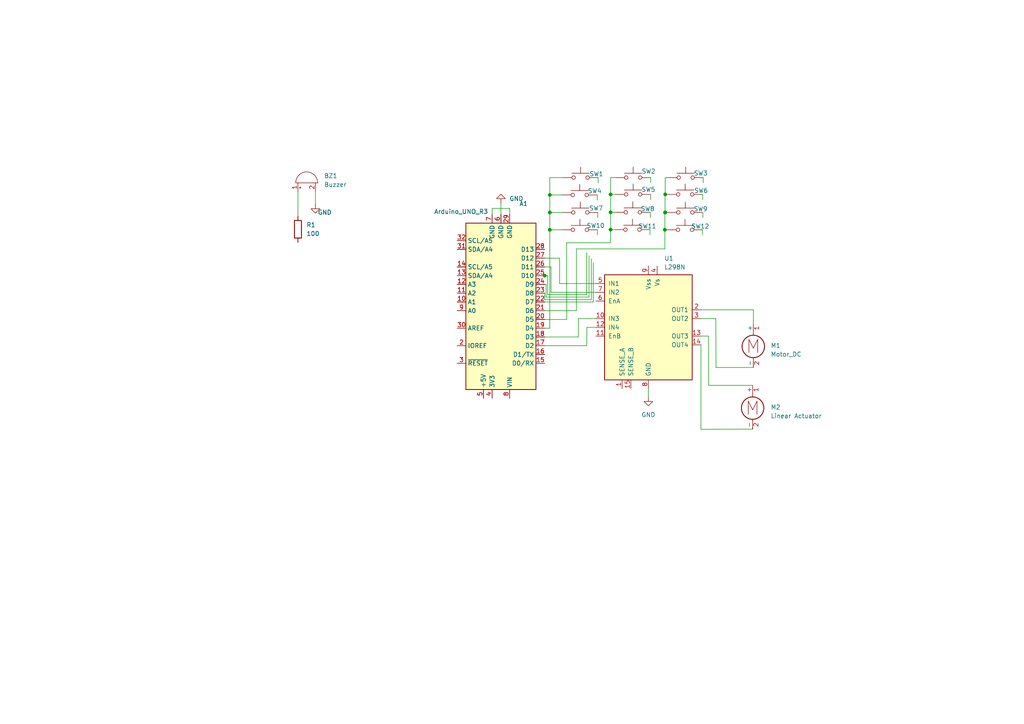
<source format=kicad_sch>
(kicad_sch (version 20211123) (generator eeschema)
  (paper "A4")
  (lib_symbols
    (symbol "Device:Buzzer" (pin_names (offset 0.0254) hide)
      (property "Reference" "BZ" (at 3.81 1.27 0))
      (property "Value" "Buzzer" (at 3.81 -1.27 0))
      (symbol "Buzzer_0_1"
        (arc (start 0 -3.175) (mid 3.175 0) (end 0 3.175))
        (polyline (pts (xy -1.651 1.905) (xy -1.143 1.905)))
        (polyline (pts (xy -1.397 2.159) (xy -1.397 1.651)))
        (polyline (pts (xy 0 3.175) (xy 0 -3.175)))
      )
      (symbol "Buzzer_1_1"
        (pin passive line (at -2.54 2.54 0) (length 2.54) (name "-") (number "1"))
        (pin passive line (at -2.54 -2.54 0) (length 2.54) (name "+") (number "2"))
      )
    )
    (symbol "Device:R" (pin_numbers hide) (pin_names (offset 0))
      (property "Reference" "R" (at 2.032 0 90))
      (property "Value" "R" (at 0 0 90))
      (symbol "R_0_1"
        (rectangle (start -1.016 -2.54) (end 1.016 2.54) (stroke (width 0.254)))
      )
      (symbol "R_1_1"
        (pin passive line (at 0 3.81 270) (length 1.27) (name "~") (number "1"))
        (pin passive line (at 0 -3.81 90) (length 1.27) (name "~") (number "2"))
      )
    )
    (symbol "Driver_Motor:L298N" (pin_names (offset 1.016))
      (property "Reference" "U" (at -10.16 16.51 0))
      (property "Value" "L298N" (at 12.7 16.51 0))
      (symbol "L298N_0_1"
        (rectangle (start -12.7 15.24) (end 12.7 -15.24) (stroke (width 0.254)) (fill (type background)))
      )
      (symbol "L298N_1_1"
        (pin power_in line (at -7.62 -17.78 90) (length 2.54) (name "SENSE_A") (number "1"))
        (pin input line (at -15.24 2.54 0) (length 2.54) (name "IN3") (number "10"))
        (pin input line (at -15.24 -2.54 0) (length 2.54) (name "EnB") (number "11"))
        (pin input line (at -15.24 0 0) (length 2.54) (name "IN4") (number "12"))
        (pin output line (at 15.24 -2.54 180) (length 2.54) (name "OUT3") (number "13"))
        (pin output line (at 15.24 -5.08 180) (length 2.54) (name "OUT4") (number "14"))
        (pin power_in line (at -5.08 -17.78 90) (length 2.54) (name "SENSE_B") (number "15"))
        (pin output line (at 15.24 5.08 180) (length 2.54) (name "OUT1") (number "2"))
        (pin output line (at 15.24 2.54 180) (length 2.54) (name "OUT2") (number "3"))
        (pin power_in line (at 2.54 17.78 270) (length 2.54) (name "Vs") (number "4"))
        (pin input line (at -15.24 12.7 0) (length 2.54) (name "IN1") (number "5"))
        (pin input line (at -15.24 7.62 0) (length 2.54) (name "EnA") (number "6"))
        (pin input line (at -15.24 10.16 0) (length 2.54) (name "IN2") (number "7"))
        (pin power_in line (at 0 -17.78 90) (length 2.54) (name "GND") (number "8"))
        (pin power_in line (at 0 17.78 270) (length 2.54) (name "Vss") (number "9"))
      )
    )
    (symbol "MCU_Module:Arduino_UNO_R3"
      (property "Reference" "A" (at -10.16 23.495 0))
      (property "Value" "Arduino_UNO_R3" (at 5.08 -26.67 0))
      (symbol "Arduino_UNO_R3_0_1"
        (rectangle (start -10.16 22.86) (end 10.16 -25.4) (stroke (width 0.254)) (fill (type background)))
      )
      (symbol "Arduino_UNO_R3_1_1"
        (pin no_connect line (at -10.16 -20.32 0) (length 2.54) hide (name "NC") (number "1"))
        (pin bidirectional line (at 12.7 -2.54 180) (length 2.54) (name "A1") (number "10"))
        (pin bidirectional line (at 12.7 -5.08 180) (length 2.54) (name "A2") (number "11"))
        (pin bidirectional line (at 12.7 -7.62 180) (length 2.54) (name "A3") (number "12"))
        (pin bidirectional line (at 12.7 -10.16 180) (length 2.54) (name "SDA/A4") (number "13"))
        (pin bidirectional line (at 12.7 -12.7 180) (length 2.54) (name "SCL/A5") (number "14"))
        (pin bidirectional line (at -12.7 15.24 0) (length 2.54) (name "D0/RX") (number "15"))
        (pin bidirectional line (at -12.7 12.7 0) (length 2.54) (name "D1/TX") (number "16"))
        (pin bidirectional line (at -12.7 10.16 0) (length 2.54) (name "D2") (number "17"))
        (pin bidirectional line (at -12.7 7.62 0) (length 2.54) (name "D3") (number "18"))
        (pin bidirectional line (at -12.7 5.08 0) (length 2.54) (name "D4") (number "19"))
        (pin output line (at 12.7 10.16 180) (length 2.54) (name "IOREF") (number "2"))
        (pin bidirectional line (at -12.7 2.54 0) (length 2.54) (name "D5") (number "20"))
        (pin bidirectional line (at -12.7 0 0) (length 2.54) (name "D6") (number "21"))
        (pin bidirectional line (at -12.7 -2.54 0) (length 2.54) (name "D7") (number "22"))
        (pin bidirectional line (at -12.7 -5.08 0) (length 2.54) (name "D8") (number "23"))
        (pin bidirectional line (at -12.7 -7.62 0) (length 2.54) (name "D9") (number "24"))
        (pin bidirectional line (at -12.7 -10.16 0) (length 2.54) (name "D10") (number "25"))
        (pin bidirectional line (at -12.7 -12.7 0) (length 2.54) (name "D11") (number "26"))
        (pin bidirectional line (at -12.7 -15.24 0) (length 2.54) (name "D12") (number "27"))
        (pin bidirectional line (at -12.7 -17.78 0) (length 2.54) (name "D13") (number "28"))
        (pin power_in line (at -2.54 -27.94 90) (length 2.54) (name "GND") (number "29"))
        (pin input line (at 12.7 15.24 180) (length 2.54) (name "~{RESET}") (number "3"))
        (pin input line (at 12.7 5.08 180) (length 2.54) (name "AREF") (number "30"))
        (pin bidirectional line (at 12.7 -17.78 180) (length 2.54) (name "SDA/A4") (number "31"))
        (pin bidirectional line (at 12.7 -20.32 180) (length 2.54) (name "SCL/A5") (number "32"))
        (pin power_out line (at 2.54 25.4 270) (length 2.54) (name "3V3") (number "4"))
        (pin power_out line (at 5.08 25.4 270) (length 2.54) (name "+5V") (number "5"))
        (pin power_in line (at 0 -27.94 90) (length 2.54) (name "GND") (number "6"))
        (pin power_in line (at 2.54 -27.94 90) (length 2.54) (name "GND") (number "7"))
        (pin power_in line (at -2.54 25.4 270) (length 2.54) (name "VIN") (number "8"))
        (pin bidirectional line (at 12.7 0 180) (length 2.54) (name "A0") (number "9"))
      )
    )
    (symbol "Motor:Motor_DC" (pin_names (offset 0))
      (property "Reference" "M" (at 2.54 2.54 0))
      (property "Value" "Motor_DC" (at 2.54 -5.08 0))
      (symbol "Motor_DC_0_0"
        (polyline (pts (xy -1.27 -3.302) (xy -1.27 0.508) (xy 0 -2.032) (xy 1.27 0.508) (xy 1.27 -3.302)))
      )
      (symbol "Motor_DC_0_1"
        (circle (center 0 -1.524) (radius 3.2512) (stroke (width 0.254)))
        (polyline (pts (xy 0 -7.62) (xy 0 -7.112)))
        (polyline (pts (xy 0 -4.7752) (xy 0 -5.1816)))
        (polyline (pts (xy 0 1.7272) (xy 0 2.0828)))
        (polyline (pts (xy 0 2.032) (xy 0 2.54)))
      )
      (symbol "Motor_DC_1_1"
        (pin passive line (at 0 5.08 270) (length 2.54) (name "+") (number "1"))
        (pin passive line (at 0 -7.62 90) (length 2.54) (name "-") (number "2"))
      )
    )
    (symbol "Switch:SW_Push" (pin_numbers hide) (pin_names (offset 1.016) hide)
      (property "Reference" "SW" (at 1.27 2.54 0))
      (property "Value" "SW_Push" (at 0 -1.524 0))
      (symbol "SW_Push_0_1"
        (circle (center -2.032 0) (radius 0.508))
        (polyline (pts (xy 0 1.27) (xy 0 3.048)))
        (polyline (pts (xy 2.54 1.27) (xy -2.54 1.27)))
        (circle (center 2.032 0) (radius 0.508))
        (pin passive line (at -5.08 0 0) (length 2.54) (name "1") (number "1"))
        (pin passive line (at 5.08 0 180) (length 2.54) (name "2") (number "2"))
      )
    )
    (symbol "power:GND" (power) (pin_names (offset 0))
      (property "Value" "GND" (at 0 -3.81 0))
      (symbol "GND_0_1"
        (polyline (pts (xy 0 0) (xy 0 -1.27) (xy 1.27 -1.27) (xy 0 -2.54) (xy -1.27 -1.27) (xy 0 -1.27)))
      )
      (symbol "GND_1_1"
        (pin power_in line (at 0 0 270) (length 0) hide (name "GND") (number "1"))
      )
    )
  )
  (junction (at 157.988 79.9592))
  (junction (at 177.0888 61.5696))
  (junction (at 177.0888 66.5988))
  (junction (at 192.8876 61.6204))
  (junction (at 192.9384 61.6204))
  (junction (at 159.4612 66.6496))
  (junction (at 159.4612 56.5404))
  (junction (at 192.8368 66.6496))
  (junction (at 192.9384 56.388))
  (junction (at 177.0888 56.388))
  (junction (at 159.4612 61.6204))
  (wire (pts (xy 192.8876 56.388) (xy 192.9384 56.388)))
  (wire (pts (xy 188.0616 112.7252) (xy 188.0616 115.1636)))
  (wire (pts (xy 159.4612 61.6204) (xy 159.4612 66.6496)))
  (wire (pts (xy 157.988 92.6592) (xy 164.3888 92.6592)))
  (wire (pts (xy 157.988 74.8792) (xy 162.306 74.8792)))
  (wire (pts (xy 157.9372 79.9592) (xy 157.988 79.9592)))
  (wire (pts (xy 192.9384 61.6204) (xy 193.7004 61.6204)))
  (wire (pts (xy 177.0888 56.388) (xy 178.562 56.388)))
  (wire (pts (xy 157.988 79.9592) (xy 158.8516 79.9592)))
  (wire (pts (xy 159.4612 95.1992) (xy 157.988 95.1992)))
  (wire (pts (xy 157.988 85.0392) (xy 157.988 86.9188)))
  (wire (pts (xy 218.5416 89.8652) (xy 218.4908 93.8784)))
  (wire (pts (xy 159.4612 56.5404) (xy 159.4612 61.6204)))
  (wire (pts (xy 203.3016 124.5108) (xy 218.2876 124.46)))
  (wire (pts (xy 188.722 51.5112) (xy 188.722 53.0352)))
  (wire (pts (xy 203.962 51.5112) (xy 203.962 53.0352)))
  (wire (pts (xy 170.8404 74.168) (xy 170.8404 86.1568)))
  (wire (pts (xy 162.306 82.2452) (xy 172.8216 82.2452)))
  (wire (pts (xy 159.4612 51.5112) (xy 159.4612 56.5404)))
  (wire (pts (xy 159.4612 66.6496) (xy 159.4612 95.1992)))
  (wire (pts (xy 177.0888 61.5696) (xy 177.0888 66.5988)))
  (wire (pts (xy 86.4108 55.5752) (xy 86.4108 62.6872)))
  (wire (pts (xy 205.486 97.4852) (xy 205.5368 111.76)))
  (wire (pts (xy 159.8168 84.7852) (xy 159.8168 77.4192)))
  (wire (pts (xy 171.5008 75.0824) (xy 171.5008 86.9188)))
  (wire (pts (xy 157.988 87.5792) (xy 172.0596 87.5792)))
  (wire (pts (xy 167.7416 97.7392) (xy 167.7416 92.4052)))
  (wire (pts (xy 218.4908 106.5784) (xy 207.6704 106.5784)))
  (wire (pts (xy 157.988 82.4992) (xy 158.3944 82.4992)))
  (wire (pts (xy 192.9384 56.388) (xy 193.6496 56.388)))
  (wire (pts (xy 142.748 60.452) (xy 147.828 60.452)))
  (wire (pts (xy 167.7416 92.4052) (xy 172.8216 92.4052)))
  (wire (pts (xy 167.1828 72.1868) (xy 192.8368 72.1868)))
  (wire (pts (xy 177.0888 51.5112) (xy 178.562 51.5112)))
  (wire (pts (xy 203.7588 66.6496) (xy 203.7588 68.1736)))
  (wire (pts (xy 203.8096 56.388) (xy 203.8096 57.912)))
  (wire (pts (xy 192.8368 66.6496) (xy 193.5988 66.6496)))
  (wire (pts (xy 158.8516 79.9592) (xy 158.8516 85.4456)))
  (wire (pts (xy 164.338 70.4088) (xy 177.0888 70.4088)))
  (wire (pts (xy 207.6704 106.5784) (xy 207.6196 92.4052)))
  (wire (pts (xy 192.9384 56.388) (xy 192.9384 51.5112)))
  (wire (pts (xy 192.9384 51.5112) (xy 193.802 51.5112)))
  (wire (pts (xy 157.988 100.2792) (xy 170.18 100.2792)))
  (wire (pts (xy 192.8368 66.6496) (xy 192.8368 61.6204)))
  (wire (pts (xy 173.2788 66.6496) (xy 173.2788 68.1736)))
  (wire (pts (xy 159.8168 77.4192) (xy 157.988 77.4192)))
  (wire (pts (xy 177.0888 56.388) (xy 177.0888 61.5696)))
  (wire (pts (xy 157.988 97.7392) (xy 167.7416 97.7392)))
  (wire (pts (xy 177.0888 66.5988) (xy 178.3588 66.5988)))
  (wire (pts (xy 158.3944 82.4992) (xy 158.3944 86.1568)))
  (wire (pts (xy 162.306 74.8792) (xy 162.306 82.2452)))
  (wire (pts (xy 173.3804 61.6204) (xy 173.3804 63.1444)))
  (wire (pts (xy 188.5188 66.5988) (xy 188.5188 68.1228)))
  (wire (pts (xy 177.0888 61.5696) (xy 178.4604 61.5696)))
  (wire (pts (xy 173.228 56.5404) (xy 173.228 58.0644)))
  (wire (pts (xy 159.4612 61.6204) (xy 163.2204 61.6204)))
  (wire (pts (xy 147.828 60.452) (xy 147.828 62.1792)))
  (wire (pts (xy 172.0596 76.2508) (xy 172.0596 87.5792)))
  (wire (pts (xy 159.4612 66.6496) (xy 163.1188 66.6496)))
  (wire (pts (xy 157.988 90.1192) (xy 167.1828 90.1192)))
  (wire (pts (xy 192.8368 66.6496) (xy 192.8368 72.1868)))
  (wire (pts (xy 158.8516 85.4456) (xy 170.18 85.4456)))
  (wire (pts (xy 164.3888 92.6592) (xy 164.338 70.4088)))
  (wire (pts (xy 145.288 62.1792) (xy 145.288 58.8772)))
  (wire (pts (xy 188.6204 61.5696) (xy 188.6204 63.0936)))
  (wire (pts (xy 172.8216 84.7852) (xy 159.8168 84.7852)))
  (wire (pts (xy 192.8368 61.6204) (xy 192.8876 61.6204)))
  (wire (pts (xy 157.988 86.9188) (xy 171.5008 86.9188)))
  (wire (pts (xy 158.3944 86.1568) (xy 170.8404 86.1568)))
  (wire (pts (xy 170.18 85.4456) (xy 170.18 73.2536)))
  (wire (pts (xy 170.2308 94.9452) (xy 172.8216 94.9452)))
  (wire (pts (xy 167.1828 90.1192) (xy 167.1828 72.1868)))
  (wire (pts (xy 203.3016 97.4852) (xy 205.486 97.4852)))
  (wire (pts (xy 203.8604 61.6204) (xy 203.8604 63.1444)))
  (wire (pts (xy 91.4908 55.5752) (xy 91.4908 59.2836)))
  (wire (pts (xy 170.18 100.2792) (xy 170.2308 94.9452)))
  (wire (pts (xy 177.0888 70.4088) (xy 177.0888 66.5988)))
  (wire (pts (xy 188.722 56.388) (xy 188.722 57.912)))
  (wire (pts (xy 142.748 62.1792) (xy 142.748 60.452)))
  (wire (pts (xy 192.8876 61.6204) (xy 192.9384 61.6204)))
  (wire (pts (xy 159.4612 51.5112) (xy 163.322 51.5112)))
  (wire (pts (xy 203.3016 89.8652) (xy 218.5416 89.8652)))
  (wire (pts (xy 203.3016 100.0252) (xy 203.3016 124.5108)))
  (wire (pts (xy 177.0888 51.5112) (xy 177.0888 56.388)))
  (wire (pts (xy 173.482 51.5112) (xy 173.482 53.0352)))
  (wire (pts (xy 159.4612 56.5404) (xy 163.068 56.5404)))
  (wire (pts (xy 192.8876 56.388) (xy 192.8876 61.6204)))
  (wire (pts (xy 205.5368 111.76) (xy 218.2876 111.76)))
  (wire (pts (xy 203.3016 92.4052) (xy 207.6196 92.4052)))
  (symbol (lib_id "Switch:SW_Push") (at 198.882 51.5112 0) (unit 1)
    (property "Reference" "SW3" (at 203.2508 50.2412 0))
    (property "Value" "SW_Push" (effects hide))
  )
  (symbol (lib_id "Switch:SW_Push") (at 168.3004 61.6204 0) (unit 1)
    (property "Reference" "SW7" (at 172.8724 60.4012 0))
    (property "Value" "SW_Push" (effects hide))
  )
  (symbol (lib_id "Motor:Motor_DC") (at 218.4908 98.9584 0) (unit 1)
    (property "Reference" "M1" (at 223.52 100.2283 0) (effects (justify left)))
    (property "Value" "Motor_DC" (at 223.52 102.7683 0) (effects (justify left)))
  )
  (symbol (lib_id "Switch:SW_Push") (at 183.642 56.388 0) (unit 1)
    (property "Reference" "SW5" (at 188.0616 54.9656 0))
    (property "Value" "SW_Push" (effects hide))
  )
  (symbol (lib_id "Switch:SW_Push") (at 183.642 51.5112 0) (unit 1)
    (property "Reference" "SW2" (at 188.1124 49.6824 0))
    (property "Value" "SW_Push" (effects hide))
  )
  (symbol (lib_id "MCU_Module:Arduino_UNO_R3") (at 145.288 90.1192 180) (unit 1)
    (property "Reference" "A1" (at 150.5967 59.0804 0) (effects (justify right)))
    (property "Value" "Arduino_UNO_R3" (at 125.8824 61.3664 0) (effects (justify right)))
    (property "Footprint" "Module:Arduino_UNO_R3" (effects hide))
    (property "Datasheet" "https://www.arduino.cc/en/Main/arduinoBoardUno" (effects hide))
  )
  (symbol (lib_id "Switch:SW_Push") (at 198.7804 61.6204 0) (unit 1)
    (property "Reference" "SW9" (at 203.2 60.6044 0))
    (property "Value" "SW_Push" (effects hide))
  )
  (symbol (lib_id "Switch:SW_Push") (at 168.402 51.5112 0) (unit 1)
    (property "Reference" "SW1" (at 172.974 50.4444 0))
    (property "Value" "SW_Push" (effects hide))
  )
  (symbol (lib_id "power:GND") (at 91.4908 59.2836 0) (unit 1)
    (property "Reference" "#PWR?" (effects hide))
    (property "Value" "GND" (at 94.1832 61.6204 0))
  )
  (symbol (lib_id "power:GND") (at 145.288 58.8772 180) (unit 1)
    (property "Reference" "#PWR?" (effects hide))
    (property "Value" "GND" (at 147.7264 57.6071 0) (effects (justify right)))
  )
  (symbol (lib_id "Switch:SW_Push") (at 198.7296 56.388 0) (unit 1)
    (property "Reference" "SW6" (at 203.3524 55.2704 0))
    (property "Value" "SW_Push" (effects hide))
  )
  (symbol (lib_id "power:GND") (at 188.0616 115.1636 0) (unit 1)
    (property "Reference" "#PWR?" (effects hide))
    (property "Value" "GND" (at 188.0616 120.2944 0))
  )
  (symbol (lib_id "Switch:SW_Push") (at 198.6788 66.6496 0) (unit 1)
    (property "Reference" "SW12" (at 203.0984 65.6336 0))
    (property "Value" "SW_Push" (effects hide))
  )
  (symbol (lib_id "Device:R") (at 86.4108 66.4972 0) (unit 1)
    (property "Reference" "R1" (at 88.8492 65.2271 0) (effects (justify left)))
    (property "Value" "100" (at 88.8492 67.7671 0) (effects (justify left)))
  )
  (symbol (lib_id "Driver_Motor:L298N") (at 188.0616 94.9452 0) (unit 1)
    (property "Reference" "U1" (at 192.621 74.93 0) (effects (justify left)))
    (property "Value" "L298N" (at 192.621 77.47 0) (effects (justify left)))
    (property "Footprint" "Package_TO_SOT_THT:TO-220-15_P2.54x2.54mm_StaggerOdd_Lead4.58mm_Vertical" (effects hide))
    (property "Datasheet" "http://www.st.com/st-web-ui/static/active/en/resource/technical/document/datasheet/CD00000240.pdf" (effects hide))
  )
  (symbol (lib_id "Motor:Motor_DC") (at 218.2876 116.84 0) (unit 1)
    (property "Reference" "M2" (at 223.52 118.1099 0) (effects (justify left)))
    (property "Value" "Linear Actuator" (at 223.52 120.6499 0) (effects (justify left)))
  )
  (symbol (lib_id "Switch:SW_Push") (at 183.4388 66.5988 0) (unit 1)
    (property "Reference" "SW11" (at 187.7568 65.5828 0))
    (property "Value" "SW_Push" (effects hide))
  )
  (symbol (lib_id "Device:Buzzer") (at 88.9508 53.0352 90) (unit 1)
    (property "Reference" "BZ1" (at 93.98 51.0031 90) (effects (justify right)))
    (property "Value" "Buzzer" (at 93.98 53.5431 90) (effects (justify right)))
  )
  (symbol (lib_id "Switch:SW_Push") (at 183.5404 61.5696 0) (unit 1)
    (property "Reference" "SW8" (at 187.8584 60.5536 0))
    (property "Value" "SW_Push" (effects hide))
  )
  (symbol (lib_id "Switch:SW_Push") (at 168.148 56.5404 0) (unit 1)
    (property "Reference" "SW4" (at 172.5168 55.372 0))
    (property "Value" "SW_Push" (effects hide))
  )
  (symbol (lib_id "Switch:SW_Push") (at 168.1988 66.6496 0) (unit 1)
    (property "Reference" "SW10" (at 172.7708 65.4304 0))
    (property "Value" "SW_Push" (effects hide))
  )
)
</source>
